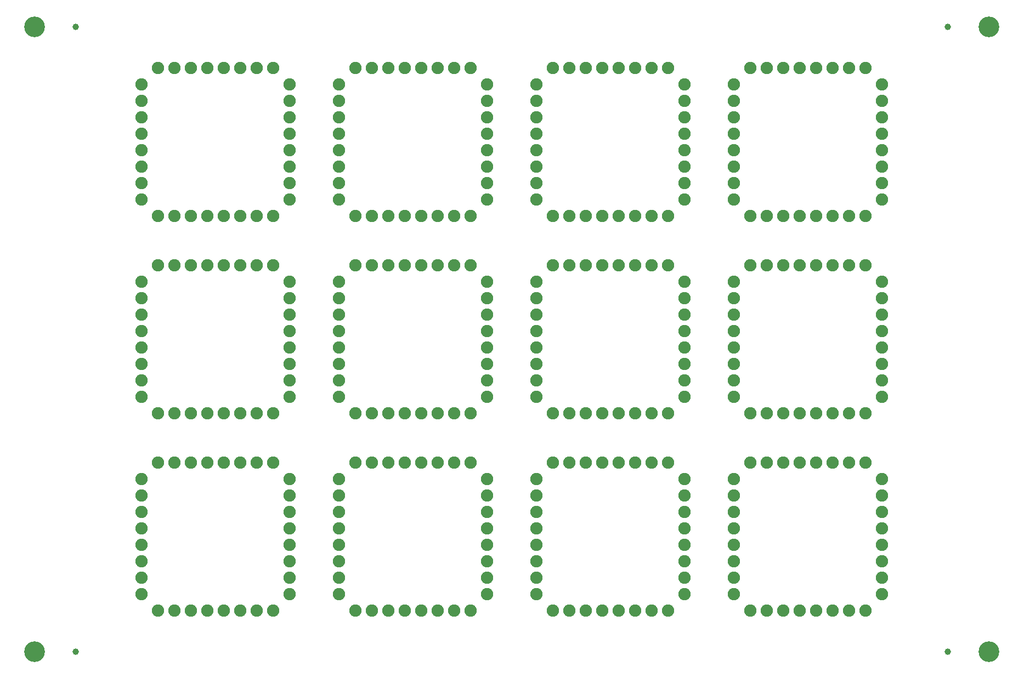
<source format=gbl>
%FSLAX24Y24*%
%MOIN*%
G70*
G01*
G75*
G04 Layer_Physical_Order=2*
G04 Layer_Color=16711680*
%ADD10R,0.0551X0.0472*%
%ADD11R,0.0472X0.0551*%
%ADD12O,0.0630X0.0118*%
%ADD13O,0.0118X0.0630*%
%ADD14C,0.0118*%
%ADD15C,0.0394*%
%ADD16C,0.1260*%
%ADD17C,0.0750*%
D15*
X56500Y1000D02*
D03*
Y39000D02*
D03*
X3500D02*
D03*
Y1000D02*
D03*
D16*
X1000Y39000D02*
D03*
X59000D02*
D03*
Y1000D02*
D03*
X1000D02*
D03*
D17*
X8500Y12500D02*
D03*
X9500D02*
D03*
X10500D02*
D03*
X11500D02*
D03*
X12500D02*
D03*
X13500D02*
D03*
X14500D02*
D03*
X15500D02*
D03*
X7500Y4500D02*
D03*
Y5500D02*
D03*
Y6500D02*
D03*
Y7500D02*
D03*
Y8500D02*
D03*
Y9500D02*
D03*
Y10500D02*
D03*
Y11500D02*
D03*
X16500D02*
D03*
Y10500D02*
D03*
Y9500D02*
D03*
Y8500D02*
D03*
Y7500D02*
D03*
Y6500D02*
D03*
Y5500D02*
D03*
Y4500D02*
D03*
X15500Y3500D02*
D03*
X14500D02*
D03*
X13500D02*
D03*
X12500D02*
D03*
X11500D02*
D03*
X10500D02*
D03*
X9500D02*
D03*
X8500D02*
D03*
X20500Y12500D02*
D03*
X21500D02*
D03*
X22500D02*
D03*
X23500D02*
D03*
X24500D02*
D03*
X25500D02*
D03*
X26500D02*
D03*
X27500D02*
D03*
X19500Y4500D02*
D03*
Y5500D02*
D03*
Y6500D02*
D03*
Y7500D02*
D03*
Y8500D02*
D03*
Y9500D02*
D03*
Y10500D02*
D03*
Y11500D02*
D03*
X28500D02*
D03*
Y10500D02*
D03*
Y9500D02*
D03*
Y8500D02*
D03*
Y7500D02*
D03*
Y6500D02*
D03*
Y5500D02*
D03*
Y4500D02*
D03*
X27500Y3500D02*
D03*
X26500D02*
D03*
X25500D02*
D03*
X24500D02*
D03*
X23500D02*
D03*
X22500D02*
D03*
X21500D02*
D03*
X20500D02*
D03*
X32500Y12500D02*
D03*
X33500D02*
D03*
X34500D02*
D03*
X35500D02*
D03*
X36500D02*
D03*
X37500D02*
D03*
X38500D02*
D03*
X39500D02*
D03*
X31500Y4500D02*
D03*
Y5500D02*
D03*
Y6500D02*
D03*
Y7500D02*
D03*
Y8500D02*
D03*
Y9500D02*
D03*
Y10500D02*
D03*
Y11500D02*
D03*
X40500D02*
D03*
Y10500D02*
D03*
Y9500D02*
D03*
Y8500D02*
D03*
Y7500D02*
D03*
Y6500D02*
D03*
Y5500D02*
D03*
Y4500D02*
D03*
X39500Y3500D02*
D03*
X38500D02*
D03*
X37500D02*
D03*
X36500D02*
D03*
X35500D02*
D03*
X34500D02*
D03*
X33500D02*
D03*
X32500D02*
D03*
X44500Y12500D02*
D03*
X45500D02*
D03*
X46500D02*
D03*
X47500D02*
D03*
X48500D02*
D03*
X49500D02*
D03*
X50500D02*
D03*
X51500D02*
D03*
X43500Y4500D02*
D03*
Y5500D02*
D03*
Y6500D02*
D03*
Y7500D02*
D03*
Y8500D02*
D03*
Y9500D02*
D03*
Y10500D02*
D03*
Y11500D02*
D03*
X52500D02*
D03*
Y10500D02*
D03*
Y9500D02*
D03*
Y8500D02*
D03*
Y7500D02*
D03*
Y6500D02*
D03*
Y5500D02*
D03*
Y4500D02*
D03*
X51500Y3500D02*
D03*
X50500D02*
D03*
X49500D02*
D03*
X48500D02*
D03*
X47500D02*
D03*
X46500D02*
D03*
X45500D02*
D03*
X44500D02*
D03*
X8500Y24500D02*
D03*
X9500D02*
D03*
X10500D02*
D03*
X11500D02*
D03*
X12500D02*
D03*
X13500D02*
D03*
X14500D02*
D03*
X15500D02*
D03*
X7500Y16500D02*
D03*
Y17500D02*
D03*
Y18500D02*
D03*
Y19500D02*
D03*
Y20500D02*
D03*
Y21500D02*
D03*
Y22500D02*
D03*
Y23500D02*
D03*
X16500D02*
D03*
Y22500D02*
D03*
Y21500D02*
D03*
Y20500D02*
D03*
Y19500D02*
D03*
Y18500D02*
D03*
Y17500D02*
D03*
Y16500D02*
D03*
X15500Y15500D02*
D03*
X14500D02*
D03*
X13500D02*
D03*
X12500D02*
D03*
X11500D02*
D03*
X10500D02*
D03*
X9500D02*
D03*
X8500D02*
D03*
X20500Y24500D02*
D03*
X21500D02*
D03*
X22500D02*
D03*
X23500D02*
D03*
X24500D02*
D03*
X25500D02*
D03*
X26500D02*
D03*
X27500D02*
D03*
X19500Y16500D02*
D03*
Y17500D02*
D03*
Y18500D02*
D03*
Y19500D02*
D03*
Y20500D02*
D03*
Y21500D02*
D03*
Y22500D02*
D03*
Y23500D02*
D03*
X28500D02*
D03*
Y22500D02*
D03*
Y21500D02*
D03*
Y20500D02*
D03*
Y19500D02*
D03*
Y18500D02*
D03*
Y17500D02*
D03*
Y16500D02*
D03*
X27500Y15500D02*
D03*
X26500D02*
D03*
X25500D02*
D03*
X24500D02*
D03*
X23500D02*
D03*
X22500D02*
D03*
X21500D02*
D03*
X20500D02*
D03*
X32500Y24500D02*
D03*
X33500D02*
D03*
X34500D02*
D03*
X35500D02*
D03*
X36500D02*
D03*
X37500D02*
D03*
X38500D02*
D03*
X39500D02*
D03*
X31500Y16500D02*
D03*
Y17500D02*
D03*
Y18500D02*
D03*
Y19500D02*
D03*
Y20500D02*
D03*
Y21500D02*
D03*
Y22500D02*
D03*
Y23500D02*
D03*
X40500D02*
D03*
Y22500D02*
D03*
Y21500D02*
D03*
Y20500D02*
D03*
Y19500D02*
D03*
Y18500D02*
D03*
Y17500D02*
D03*
Y16500D02*
D03*
X39500Y15500D02*
D03*
X38500D02*
D03*
X37500D02*
D03*
X36500D02*
D03*
X35500D02*
D03*
X34500D02*
D03*
X33500D02*
D03*
X32500D02*
D03*
X44500Y24500D02*
D03*
X45500D02*
D03*
X46500D02*
D03*
X47500D02*
D03*
X48500D02*
D03*
X49500D02*
D03*
X50500D02*
D03*
X51500D02*
D03*
X43500Y16500D02*
D03*
Y17500D02*
D03*
Y18500D02*
D03*
Y19500D02*
D03*
Y20500D02*
D03*
Y21500D02*
D03*
Y22500D02*
D03*
Y23500D02*
D03*
X52500D02*
D03*
Y22500D02*
D03*
Y21500D02*
D03*
Y20500D02*
D03*
Y19500D02*
D03*
Y18500D02*
D03*
Y17500D02*
D03*
Y16500D02*
D03*
X51500Y15500D02*
D03*
X50500D02*
D03*
X49500D02*
D03*
X48500D02*
D03*
X47500D02*
D03*
X46500D02*
D03*
X45500D02*
D03*
X44500D02*
D03*
X8500Y36500D02*
D03*
X9500D02*
D03*
X10500D02*
D03*
X11500D02*
D03*
X12500D02*
D03*
X13500D02*
D03*
X14500D02*
D03*
X15500D02*
D03*
X7500Y28500D02*
D03*
Y29500D02*
D03*
Y30500D02*
D03*
Y31500D02*
D03*
Y32500D02*
D03*
Y33500D02*
D03*
Y34500D02*
D03*
Y35500D02*
D03*
X16500D02*
D03*
Y34500D02*
D03*
Y33500D02*
D03*
Y32500D02*
D03*
Y31500D02*
D03*
Y30500D02*
D03*
Y29500D02*
D03*
Y28500D02*
D03*
X15500Y27500D02*
D03*
X14500D02*
D03*
X13500D02*
D03*
X12500D02*
D03*
X11500D02*
D03*
X10500D02*
D03*
X9500D02*
D03*
X8500D02*
D03*
X20500Y36500D02*
D03*
X21500D02*
D03*
X22500D02*
D03*
X23500D02*
D03*
X24500D02*
D03*
X25500D02*
D03*
X26500D02*
D03*
X27500D02*
D03*
X19500Y28500D02*
D03*
Y29500D02*
D03*
Y30500D02*
D03*
Y31500D02*
D03*
Y32500D02*
D03*
Y33500D02*
D03*
Y34500D02*
D03*
Y35500D02*
D03*
X28500D02*
D03*
Y34500D02*
D03*
Y33500D02*
D03*
Y32500D02*
D03*
Y31500D02*
D03*
Y30500D02*
D03*
Y29500D02*
D03*
Y28500D02*
D03*
X27500Y27500D02*
D03*
X26500D02*
D03*
X25500D02*
D03*
X24500D02*
D03*
X23500D02*
D03*
X22500D02*
D03*
X21500D02*
D03*
X20500D02*
D03*
X32500Y36500D02*
D03*
X33500D02*
D03*
X34500D02*
D03*
X35500D02*
D03*
X36500D02*
D03*
X37500D02*
D03*
X38500D02*
D03*
X39500D02*
D03*
X31500Y28500D02*
D03*
Y29500D02*
D03*
Y30500D02*
D03*
Y31500D02*
D03*
Y32500D02*
D03*
Y33500D02*
D03*
Y34500D02*
D03*
Y35500D02*
D03*
X40500D02*
D03*
Y34500D02*
D03*
Y33500D02*
D03*
Y32500D02*
D03*
Y31500D02*
D03*
Y30500D02*
D03*
Y29500D02*
D03*
Y28500D02*
D03*
X39500Y27500D02*
D03*
X38500D02*
D03*
X37500D02*
D03*
X36500D02*
D03*
X35500D02*
D03*
X34500D02*
D03*
X33500D02*
D03*
X32500D02*
D03*
X44500Y36500D02*
D03*
X45500D02*
D03*
X46500D02*
D03*
X47500D02*
D03*
X48500D02*
D03*
X49500D02*
D03*
X50500D02*
D03*
X51500D02*
D03*
X43500Y28500D02*
D03*
Y29500D02*
D03*
Y30500D02*
D03*
Y31500D02*
D03*
Y32500D02*
D03*
Y33500D02*
D03*
Y34500D02*
D03*
Y35500D02*
D03*
X52500D02*
D03*
Y34500D02*
D03*
Y33500D02*
D03*
Y32500D02*
D03*
Y31500D02*
D03*
Y30500D02*
D03*
Y29500D02*
D03*
Y28500D02*
D03*
X51500Y27500D02*
D03*
X50500D02*
D03*
X49500D02*
D03*
X48500D02*
D03*
X47500D02*
D03*
X46500D02*
D03*
X45500D02*
D03*
X44500D02*
D03*
M02*

</source>
